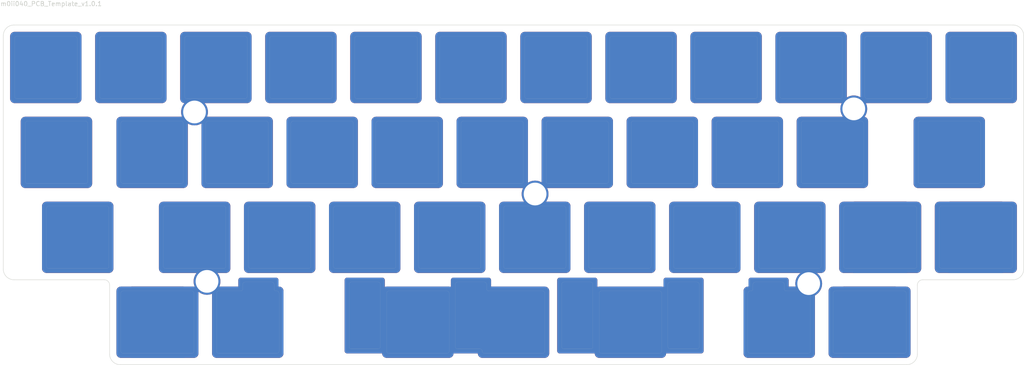
<source format=kicad_pcb>
(kicad_pcb (version 20221018) (generator pcbnew)
  (layers (0 "F.Cu" signal) (31 "B.Cu" signal) (34 "B.Paste" user) (35 "F.Paste" user) (36 "B.SilkS" user "B.Silkscreen") (37 "F.SilkS" user "F.Silkscreen") (38 "B.Mask" user) (39 "F.Mask" user) (44 "Edge.Cuts" user))
  (net 0 "")
  (footprint "Keybage_MX_Cutout:MX_Cutout_1u" (layer "F.Cu") (at 69.5125 93.35)
    (fp_text reference "REF**" hide)
    (fp_text value "MX_Cutout_1u" hide)
    (fp_line (start -7 -6.5) (end -7 6.5) (stroke (width 0.01)) (layer "Edge.Cuts"))
    (fp_line (start -6.5 7) (end 6.5 7) (stroke (width 0.01)) (layer "Edge.Cuts"))
    (fp_line (start 6.5 -7) (end -6.5 -7) (stroke (width 0.01)) (layer "Edge.Cuts"))
    (fp_line (start 7 6.5) (end 7 -6.5) (stroke (width 0.01)) (layer "Edge.Cuts"))
    (fp_arc (start -7 -6.5) (mid -6.853553 -6.853553) (end -6.5 -7) (stroke (width 0.01)) (layer "Edge.Cuts"))
    (fp_arc (start -6.5 7) (mid -6.853553 6.853553) (end -7 6.5) (stroke (width 0.01)) (layer "Edge.Cuts"))
    (fp_arc (start 6.5 -7) (mid 6.853553 -6.853553) (end 7 -6.5) (stroke (width 0.01)) (layer "Edge.Cuts"))
    (fp_arc (start 7 6.5) (mid 6.853553 6.853553) (end 6.5 7) (stroke (width 0.01)) (layer "Edge.Cuts"))
  )
  (footprint "Keybage_MX_Cutout:MX_Cutout_1u" (layer "F.Cu") (at 198.1 74.3)
    (fp_text reference "REF**" hide)
    (fp_text value "MX_Cutout_1u" hide)
    (fp_line (start -7 -6.5) (end -7 6.5) (stroke (width 0.01)) (layer "Edge.Cuts"))
    (fp_line (start -6.5 7) (end 6.5 7) (stroke (width 0.01)) (layer "Edge.Cuts"))
    (fp_line (start 6.5 -7) (end -6.5 -7) (stroke (width 0.01)) (layer "Edge.Cuts"))
    (fp_line (start 7 6.5) (end 7 -6.5) (stroke (width 0.01)) (layer "Edge.Cuts"))
    (fp_arc (start -7 -6.5) (mid -6.853553 -6.853553) (end -6.5 -7) (stroke (width 0.01)) (layer "Edge.Cuts"))
    (fp_arc (start -6.5 7) (mid -6.853553 6.853553) (end -7 6.5) (stroke (width 0.01)) (layer "Edge.Cuts"))
    (fp_arc (start 6.5 -7) (mid 6.853553 -6.853553) (end 7 -6.5) (stroke (width 0.01)) (layer "Edge.Cuts"))
    (fp_arc (start 7 6.5) (mid 6.853553 6.853553) (end 6.5 7) (stroke (width 0.01)) (layer "Edge.Cuts"))
  )
  (footprint "Keybage_MX_Cutout:MX_Cutout_1u" (layer "F.Cu") (at 160 74.3)
    (fp_text reference "REF**" hide)
    (fp_text value "MX_Cutout_1u" hide)
    (fp_line (start -7 -6.5) (end -7 6.5) (stroke (width 0.01)) (layer "Edge.Cuts"))
    (fp_line (start -6.5 7) (end 6.5 7) (stroke (width 0.01)) (layer "Edge.Cuts"))
    (fp_line (start 6.5 -7) (end -6.5 -7) (stroke (width 0.01)) (layer "Edge.Cuts"))
    (fp_line (start 7 6.5) (end 7 -6.5) (stroke (width 0.01)) (layer "Edge.Cuts"))
    (fp_arc (start -7 -6.5) (mid -6.853553 -6.853553) (end -6.5 -7) (stroke (width 0.01)) (layer "Edge.Cuts"))
    (fp_arc (start -6.5 7) (mid -6.853553 6.853553) (end -7 6.5) (stroke (width 0.01)) (layer "Edge.Cuts"))
    (fp_arc (start 6.5 -7) (mid 6.853553 -6.853553) (end 7 -6.5) (stroke (width 0.01)) (layer "Edge.Cuts"))
    (fp_arc (start 7 6.5) (mid 6.853553 6.853553) (end 6.5 7) (stroke (width 0.01)) (layer "Edge.Cuts"))
  )
  (footprint "Keybage_MX_Cutout:MX_Cutout_1u" (layer "F.Cu") (at 183.8125 93.35)
    (fp_text reference "REF**" hide)
    (fp_text value "MX_Cutout_1u" hide)
    (fp_line (start -7 -6.5) (end -7 6.5) (stroke (width 0.01)) (layer "Edge.Cuts"))
    (fp_line (start -6.5 7) (end 6.5 7) (stroke (width 0.01)) (layer "Edge.Cuts"))
    (fp_line (start 6.5 -7) (end -6.5 -7) (stroke (width 0.01)) (layer "Edge.Cuts"))
    (fp_line (start 7 6.5) (end 7 -6.5) (stroke (width 0.01)) (layer "Edge.Cuts"))
    (fp_arc (start -7 -6.5) (mid -6.853553 -6.853553) (end -6.5 -7) (stroke (width 0.01)) (layer "Edge.Cuts"))
    (fp_arc (start -6.5 7) (mid -6.853553 6.853553) (end -7 6.5) (stroke (width 0.01)) (layer "Edge.Cuts"))
    (fp_arc (start 6.5 -7) (mid 6.853553 -6.853553) (end 7 -6.5) (stroke (width 0.01)) (layer "Edge.Cuts"))
    (fp_arc (start 7 6.5) (mid 6.853553 6.853553) (end 6.5 7) (stroke (width 0.01)) (layer "Edge.Cuts"))
  )
  (footprint "Keybage_MX_Cutout:MX_Cutout_1u" (layer "F.Cu") (at 164.7625 93.35)
    (fp_text reference "REF**" hide)
    (fp_text value "MX_Cutout_1u" hide)
    (fp_line (start -7 -6.5) (end -7 6.5) (stroke (width 0.01)) (layer "Edge.Cuts"))
    (fp_line (start -6.5 7) (end 6.5 7) (stroke (width 0.01)) (layer "Edge.Cuts"))
    (fp_line (start 6.5 -7) (end -6.5 -7) (stroke (width 0.01)) (layer "Edge.Cuts"))
    (fp_line (start 7 6.5) (end 7 -6.5) (stroke (width 0.01)) (layer "Edge.Cuts"))
    (fp_arc (start -7 -6.5) (mid -6.853553 -6.853553) (end -6.5 -7) (stroke (width 0.01)) (layer "Edge.Cuts"))
    (fp_arc (start -6.5 7) (mid -6.853553 6.853553) (end -7 6.5) (stroke (width 0.01)) (layer "Edge.Cuts"))
    (fp_arc (start 6.5 -7) (mid 6.853553 -6.853553) (end 7 -6.5) (stroke (width 0.01)) (layer "Edge.Cuts"))
    (fp_arc (start 7 6.5) (mid 6.853553 6.853553) (end 6.5 7) (stroke (width 0.01)) (layer "Edge.Cuts"))
  )
  (footprint "M0ii040関連KaWaii40:m0ii040_PCB_Template_v1.0.1" (layer "F.Cu") (at 45.7 74.3)
    (fp_text reference "REF**")
    (fp_text value "m0ii040_PCB_Template_v1.0.1")
    (fp_line (start -9.525 -7.14375) (end -9.525 45.24375) (stroke (width 0.1)) (layer "Edge.Cuts"))
    (fp_line (start -7.14375 47.625) (end 13.096875 47.625) (stroke (width 0.1)) (layer "Edge.Cuts"))
    (fp_line (start 14.2875 48.815625) (end 14.2875 64.29375) (stroke (width 0.1)) (layer "Edge.Cuts"))
    (fp_line (start 16.66875 66.675) (end 192.88125 66.675) (stroke (width 0.1)) (layer "Edge.Cuts"))
    (fp_line (start 195.2625 64.29375) (end 195.2625 48.815625) (stroke (width 0.1)) (layer "Edge.Cuts"))
    (fp_line (start 196.453125 47.625) (end 216.69375 47.625) (stroke (width 0.1)) (layer "Edge.Cuts"))
    (fp_line (start 216.69375 -9.525) (end -7.14375 -9.525) (stroke (width 0.1)) (layer "Edge.Cuts"))
    (fp_line (start 219.075 45.24375) (end 219.075 -7.14375) (stroke (width 0.1)) (layer "Edge.Cuts"))
    (fp_arc (start -9.525 -7.14375) (mid -8.827548 -8.827548) (end -7.14375 -9.525) (stroke (width 0.1)) (layer "Edge.Cuts"))
    (fp_arc (start -7.14375 47.625) (mid -8.827548 46.927548) (end -9.525 45.24375) (stroke (width 0.1)) (layer "Edge.Cuts"))
    (fp_arc (start 13.096875 47.625) (mid 13.938781 47.973719) (end 14.2875 48.815625) (stroke (width 0.1)) (layer "Edge.Cuts"))
    (fp_arc (start 16.66875 66.675) (mid 14.984952 65.977548) (end 14.2875 64.29375) (stroke (width 0.1)) (layer "Edge.Cuts"))
    (fp_arc (start 195.2625 48.815625) (mid 195.611219 47.973719) (end 196.453125 47.625) (stroke (width 0.1)) (layer "Edge.Cuts"))
    (fp_arc (start 195.2625 64.29375) (mid 194.565033 65.977533) (end 192.88125 66.675) (stroke (width 0.1)) (layer "Edge.Cuts"))
    (fp_arc (start 216.69375 -9.525) (mid 218.377533 -8.827533) (end 219.075 -7.14375) (stroke (width 0.1)) (layer "Edge.Cuts"))
    (fp_arc (start 219.075 45.24375) (mid 218.377533 46.927533) (end 216.69375 47.625) (stroke (width 0.1)) (layer "Edge.Cuts"))
    (fp_circle (center 33.309958 9.989904) (end 34.409958 9.989904) (stroke (width 0.1)) (fill none) (layer "Edge.Cuts"))
    (fp_circle (center 36.109958 47.989904) (end 37.209958 47.989904) (stroke (width 0.1)) (fill none) (layer "Edge.Cuts"))
    (fp_circle (center 109.609958 28.389904) (end 110.709958 28.389904) (stroke (width 0.1)) (fill none) (layer "Edge.Cuts"))
    (fp_circle (center 170.909958 48.489904) (end 172.009958 48.489904) (stroke (width 0.1)) (fill none) (layer "Edge.Cuts"))
    (fp_circle (center 181.009958 9.289904) (end 182.109958 9.289904) (stroke (width 0.1)) (fill none) (layer "Edge.Cuts"))
  )
  (footprint "Keybage_MX_Cutout:MX_Cutout_1u" (layer "F.Cu") (at 255.25 74.3)
    (fp_text reference "REF**" hide)
    (fp_text value "MX_Cutout_1u" hide)
    (fp_line (start -7 -6.5) (end -7 6.5) (stroke (width 0.01)) (layer "Edge.Cuts"))
    (fp_line (start -6.5 7) (end 6.5 7) (stroke (width 0.01)) (layer "Edge.Cuts"))
    (fp_line (start 6.5 -7) (end -6.5 -7) (stroke (width 0.01)) (layer "Edge.Cuts"))
    (fp_line (start 7 6.5) (end 7 -6.5) (stroke (width 0.01)) (layer "Edge.Cuts"))
    (fp_arc (start -7 -6.5) (mid -6.853553 -6.853553) (end -6.5 -7) (stroke (width 0.01)) (layer "Edge.Cuts"))
    (fp_arc (start -6.5 7) (mid -6.853553 6.853553) (end -7 6.5) (stroke (width 0.01)) (layer "Edge.Cuts"))
    (fp_arc (start 6.5 -7) (mid 6.853553 -6.853553) (end 7 -6.5) (stroke (width 0.01)) (layer "Edge.Cuts"))
    (fp_arc (start 7 6.5) (mid 6.853553 6.853553) (end 6.5 7) (stroke (width 0.01)) (layer "Edge.Cuts"))
  )
  (footprint "Keybage_MX_Cutout:MX_Cutout_1u" (layer "F.Cu") (at 140.95 74.3)
    (fp_text reference "REF**" hide)
    (fp_text value "MX_Cutout_1u" hide)
    (fp_line (start -7 -6.5) (end -7 6.5) (stroke (width 0.01)) (layer "Edge.Cuts"))
    (fp_line (start -6.5 7) (end 6.5 7) (stroke (width 0.01)) (layer "Edge.Cuts"))
    (fp_line (start 6.5 -7) (end -6.5 -7) (stroke (width 0.01)) (layer "Edge.Cuts"))
    (fp_line (start 7 6.5) (end 7 -6.5) (stroke (width 0.01)) (layer "Edge.Cuts"))
    (fp_arc (start -7 -6.5) (mid -6.853553 -6.853553) (end -6.5 -7) (stroke (width 0.01)) (layer "Edge.Cuts"))
    (fp_arc (start -6.5 7) (mid -6.853553 6.853553) (end -7 6.5) (stroke (width 0.01)) (layer "Edge.Cuts"))
    (fp_arc (start 6.5 -7) (mid 6.853553 -6.853553) (end 7 -6.5) (stroke (width 0.01)) (layer "Edge.Cuts"))
    (fp_arc (start 7 6.5) (mid 6.853553 6.853553) (end 6.5 7) (stroke (width 0.01)) (layer "Edge.Cuts"))
  )
  (footprint "Keybage_MX_Cutout:MX_Cutout_1u" (layer "F.Cu") (at 98.0875 112.4)
    (fp_text reference "REF**" hide)
    (fp_text value "MX_Cutout_1u" hide)
    (fp_line (start -7 -6.5) (end -7 6.5) (stroke (width 0.01)) (layer "Edge.Cuts"))
    (fp_line (start -6.5 7) (end 6.5 7) (stroke (width 0.01)) (layer "Edge.Cuts"))
    (fp_line (start 6.5 -7) (end -6.5 -7) (stroke (width 0.01)) (layer "Edge.Cuts"))
    (fp_line (start 7 6.5) (end 7 -6.5) (stroke (width 0.01)) (layer "Edge.Cuts"))
    (fp_arc (start -7 -6.5) (mid -6.853553 -6.853553) (end -6.5 -7) (stroke (width 0.01)) (layer "Edge.Cuts"))
    (fp_arc (start -6.5 7) (mid -6.853553 6.853553) (end -7 6.5) (stroke (width 0.01)) (layer "Edge.Cuts"))
    (fp_arc (start 6.5 -7) (mid 6.853553 -6.853553) (end 7 -6.5) (stroke (width 0.01)) (layer "Edge.Cuts"))
    (fp_arc (start 7 6.5) (mid 6.853553 6.853553) (end 6.5 7) (stroke (width 0.01)) (layer "Edge.Cuts"))
  )
  (footprint "Keybage_MX_Cutout:MX_Cutout_1u" (layer "F.Cu") (at 155.2375 112.4)
    (fp_text reference "REF**" hide)
    (fp_text value "MX_Cutout_1u" hide)
    (fp_line (start -7 -6.5) (end -7 6.5) (stroke (width 0.01)) (layer "Edge.Cuts"))
    (fp_line (start -6.5 7) (end 6.5 7) (stroke (width 0.01)) (layer "Edge.Cuts"))
    (fp_line (start 6.5 -7) (end -6.5 -7) (stroke (width 0.01)) (layer "Edge.Cuts"))
    (fp_line (start 7 6.5) (end 7 -6.5) (stroke (width 0.01)) (layer "Edge.Cuts"))
    (fp_arc (start -7 -6.5) (mid -6.853553 -6.853553) (end -6.5 -7) (stroke (width 0.01)) (layer "Edge.Cuts"))
    (fp_arc (start -6.5 7) (mid -6.853553 6.853553) (end -7 6.5) (stroke (width 0.01)) (layer "Edge.Cuts"))
    (fp_arc (start 6.5 -7) (mid 6.853553 -6.853553) (end 7 -6.5) (stroke (width 0.01)) (layer "Edge.Cuts"))
    (fp_arc (start 7 6.5) (mid 6.853553 6.853553) (end 6.5 7) (stroke (width 0.01)) (layer "Edge.Cuts"))
  )
  (footprint "Keybage_MX_Cutout:MX_Cutout_1.25u" (layer "F.Cu") (at 48.08125 93.35)
    (fp_text reference "REF**" hide)
    (fp_text value "MX_Cutout_1.25u")
    (fp_line (start -7 -6.5) (end -7 6.5) (stroke (width 0.01)) (layer "Edge.Cuts"))
    (fp_line (start -6.5 7) (end 6.5 7) (stroke (width 0.01)) (layer "Edge.Cuts"))
    (fp_line (start 6.5 -7) (end -6.5 -7) (stroke (width 0.01)) (layer "Edge.Cuts"))
    (fp_line (start 7 6.5) (end 7 -6.5) (stroke (width 0.01)) (layer "Edge.Cuts"))
    (fp_arc (start -7 -6.5) (mid -6.853553 -6.853553) (end -6.5 -7) (stroke (width 0.01)) (layer "Edge.Cuts"))
    (fp_arc (start -6.5 7) (mid -6.853553 6.853553) (end -7 6.5) (stroke (width 0.01)) (layer "Edge.Cuts"))
    (fp_arc (start 6.5 -7) (mid 6.853553 -6.853553) (end 7 -6.5) (stroke (width 0.01)) (layer "Edge.Cuts"))
    (fp_arc (start 7 6.5) (mid 6.853553 6.853553) (end 6.5 7) (stroke (width 0.01)) (layer "Edge.Cuts"))
  )
  (footprint "Keybage_MX_Cutout:MX_Cutout_1u" (layer "F.Cu") (at 202.8625 93.35)
    (fp_text reference "REF**" hide)
    (fp_text value "MX_Cutout_1u" hide)
    (fp_line (start -7 -6.5) (end -7 6.5) (stroke (width 0.01)) (layer "Edge.Cuts"))
    (fp_line (start -6.5 7) (end 6.5 7) (stroke (width 0.01)) (layer "Edge.Cuts"))
    (fp_line (start 6.5 -7) (end -6.5 -7) (stroke (width 0.01)) (layer "Edge.Cuts"))
    (fp_line (start 7 6.5) (end 7 -6.5) (stroke (width 0.01)) (layer "Edge.Cuts"))
    (fp_arc (start -7 -6.5) (mid -6.853553 -6.853553) (end -6.5 -7) (stroke (width 0.01)) (layer "Edge.Cuts"))
    (fp_arc (start -6.5 7) (mid -6.853553 6.853553) (end -7 6.5) (stroke (width 0.01)) (layer "Edge.Cuts"))
    (fp_arc (start 6.5 -7) (mid 6.853553 -6.853553) (end 7 -6.5) (stroke (width 0.01)) (layer "Edge.Cuts"))
    (fp_arc (start 7 6.5) (mid 6.853553 6.853553) (end 6.5 7) (stroke (width 0.01)) (layer "Edge.Cuts"))
  )
  (footprint "Keybage_MX_Cutout:MX_Cutout_1.25u" (layer "F.Cu") (at 233.81875 112.4)
    (fp_text reference "REF**" hide)
    (fp_text value "MX_Cutout_1.25u" hide)
    (fp_line (start -9.38125 -6.5) (end -9.38125 6.5) (stroke (width 0.01)) (layer "Edge.Cuts"))
    (fp_line (start -8.88125 7) (end 6.5 7) (stroke (width 0.01)) (layer "Edge.Cuts"))
    (fp_line (start 6.5 -7) (end -8.88125 -7) (stroke (width 0.01)) (layer "Edge.Cuts"))
    (fp_line (start 7 6.5) (end 7 -6.5) (stroke (width 0.01)) (layer "Edge.Cuts"))
    (fp_line (start 12.05 -6.5) (end 12.05 6.5) (stroke (width 0.01)) (layer "Edge.Cuts"))
    (fp_line (start 12.55 7) (end 27.93125 7) (stroke (width 0.01)) (layer "Edge.Cuts"))
    (fp_line (start 27.93125 -7) (end 12.55 -7) (stroke (width 0.01)) (layer "Edge.Cuts"))
    (fp_line (start 28.43125 6.5) (end 28.43125 -6.5) (stroke (width 0.01)) (layer "Edge.Cuts"))
    (fp_arc (start -9.38125 -6.5) (mid -9.234803 -6.853553) (end -8.88125 -7) (stroke (width 0.01)) (layer "Edge.Cuts"))
    (fp_arc (start -8.88125 7) (mid -9.234803 6.853553) (end -9.38125 6.5) (stroke (width 0.01)) (layer "Edge.Cuts"))
    (fp_arc (start 6.5 -7) (mid 6.853553 -6.853553) (end 7 -6.5) (stroke (width 0.01)) (layer "Edge.Cuts"))
    (fp_arc (start 7 6.5) (mid 6.853553 6.853553) (end 6.5 7) (stroke (width 0.01)) (layer "Edge.Cuts"))
    (fp_arc (start 12.05 -6.5) (mid 12.196447 -6.853553) (end 12.55 -7) (stroke (width 0.01)) (layer "Edge.Cuts"))
    (fp_arc (start 12.55 7) (mid 12.196447 6.853553) (end 12.05 6.5) (stroke (width 0.01)) (layer "Edge.Cuts"))
    (fp_arc (start 27.93125 -7) (mid 28.284806 -6.853542) (end 28.43125 -6.5) (stroke (width 0.01)) (layer "Edge.Cuts"))
    (fp_arc (start 28.43125 6.5) (mid 28.2848 6.853536) (end 27.93125 7) (stroke (width 0.01)) (layer "Edge.Cuts"))
  )
  (footprint "Keybage_MX_Cutout:MX_Cutout_1u" (layer "F.Cu") (at 83.8 74.3)
    (fp_text reference "REF**" hide)
    (fp_text value "MX_Cutout_1u" hide)
    (fp_line (start -7 -6.5) (end -7 6.5) (stroke (width 0.01)) (layer "Edge.Cuts"))
    (fp_line (start -6.5 7) (end 6.5 7) (stroke (width 0.01)) (layer "Edge.Cuts"))
    (fp_line (start 6.5 -7) (end -6.5 -7) (stroke (width 0.01)) (layer "Edge.Cuts"))
    (fp_line (start 7 6.5) (end 7 -6.5) (stroke (width 0.01)) (layer "Edge.Cuts"))
    (fp_arc (start -7 -6.5) (mid -6.853553 -6.853553) (end -6.5 -7) (stroke (width 0.01)) (layer "Edge.Cuts"))
    (fp_arc (start -6.5 7) (mid -6.853553 6.853553) (end -7 6.5) (stroke (width 0.01)) (layer "Edge.Cuts"))
    (fp_arc (start 6.5 -7) (mid 6.853553 -6.853553) (end 7 -6.5) (stroke (width 0.01)) (layer "Edge.Cuts"))
    (fp_arc (start 7 6.5) (mid 6.853553 6.853553) (end 6.5 7) (stroke (width 0.01)) (layer "Edge.Cuts"))
  )
  (footprint "Keybage_MX_Cutout:MX_Cutout_1.75u" (layer "F.Cu") (at 52.84375 112.4)
    (fp_text reference "REF**" hide)
    (fp_text value "MX_Cutout_1.75u" hide)
    (fp_line (start -7 -6.5) (end -7 6.5) (stroke (width 0.01)) (layer "Edge.Cuts"))
    (fp_line (start -6.5 7) (end 6.5 7) (stroke (width 0.01)) (layer "Edge.Cuts"))
    (fp_line (start 6.5 -7) (end -6.5 -7) (stroke (width 0.01)) (layer "Edge.Cuts"))
    (fp_line (start 7 6.5) (end 7 -6.5) (stroke (width 0.01)) (layer "Edge.Cuts"))
    (fp_arc (start -7 -6.5) (mid -6.853553 -6.853553) (end -6.5 -7) (stroke (width 0.01)) (layer "Edge.Cuts"))
    (fp_arc (start -6.5 7) (mid -6.853553 6.853553) (end -7 6.5) (stroke (width 0.01)) (layer "Edge.Cuts"))
    (fp_arc (start 6.5 -7) (mid 6.853553 -6.853553) (end 7 -6.5) (stroke (width 0.01)) (layer "Edge.Cuts"))
    (fp_arc (start 7 6.5) (mid 6.853553 6.853553) (end 6.5 7) (stroke (width 0.01)) (layer "Edge.Cuts"))
  )
  (footprint "Keybage_MX_Cutout:MX_Cutout_1u" (layer "F.Cu") (at 236.2 74.3)
    (fp_text reference "REF**" hide)
    (fp_text value "MX_Cutout_1u" hide)
    (fp_line (start -7 -6.5) (end -7 6.5) (stroke (width 0.01)) (layer "Edge.Cuts"))
    (fp_line (start -6.5 7) (end 6.5 7) (stroke (width 0.01)) (layer "Edge.Cuts"))
    (fp_line (start 6.5 -7) (end -6.5 -7) (stroke (width 0.01)) (layer "Edge.Cuts"))
    (fp_line (start 7 6.5) (end 7 -6.5) (stroke (width 0.01)) (layer "Edge.Cuts"))
    (fp_arc (start -7 -6.5) (mid -6.853553 -6.853553) (end -6.5 -7) (stroke (width 0.01)) (layer "Edge.Cuts"))
    (fp_arc (start -6.5 7) (mid -6.853553 6.853553) (end -7 6.5) (stroke (width 0.01)) (layer "Edge.Cuts"))
    (fp_arc (start 6.5 -7) (mid 6.853553 -6.853553) (end 7 -6.5) (stroke (width 0.01)) (layer "Edge.Cuts"))
    (fp_arc (start 7 6.5) (mid 6.853553 6.853553) (end 6.5 7) (stroke (width 0.01)) (layer "Edge.Cuts"))
  )
  (footprint "Keybage_MX_Cutout:MX_Cutout_1u" (layer "F.Cu") (at 217.15 74.3)
    (fp_text reference "REF**" hide)
    (fp_text value "MX_Cutout_1u" hide)
    (fp_line (start -7 -6.5) (end -7 6.5) (stroke (width 0.01)) (layer "Edge.Cuts"))
    (fp_line (start -6.5 7) (end 6.5 7) (stroke (width 0.01)) (layer "Edge.Cuts"))
    (fp_line (start 6.5 -7) (end -6.5 -7) (stroke (width 0.01)) (layer "Edge.Cuts"))
    (fp_line (start 7 6.5) (end 7 -6.5) (stroke (width 0.01)) (layer "Edge.Cuts"))
    (fp_arc (start -7 -6.5) (mid -6.853553 -6.853553) (end -6.5 -7) (stroke (width 0.01)) (layer "Edge.Cuts"))
    (fp_arc (start -6.5 7) (mid -6.853553 6.853553) (end -7 6.5) (stroke (width 0.01)) (layer "Edge.Cuts"))
    (fp_arc (start 6.5 -7) (mid 6.853553 -6.853553) (end 7 -6.5) (stroke (width 0.01)) (layer "Edge.Cuts"))
    (fp_arc (start 7 6.5) (mid 6.853553 6.853553) (end 6.5 7) (stroke (width 0.01)) (layer "Edge.Cuts"))
  )
  (footprint "Keybage_MX_Cutout:MX_Cutout_1u" (layer "F.Cu") (at 107.6125 93.35)
    (fp_text reference "REF**" hide)
    (fp_text value "MX_Cutout_1u" hide)
    (fp_line (start -7 -6.5) (end -7 6.5) (stroke (width 0.01)) (layer "Edge.Cuts"))
    (fp_line (start -6.5 7) (end 6.5 7) (stroke (width 0.01)) (layer "Edge.Cuts"))
    (fp_line (start 6.5 -7) (end -6.5 -7) (stroke (width 0.01)) (layer "Edge.Cuts"))
    (fp_line (start 7 6.5) (end 7 -6.5) (stroke (width 0.01)) (layer "Edge.Cuts"))
    (fp_arc (start -7 -6.5) (mid -6.853553 -6.853553) (end -6.5 -7) (stroke (width 0.01)) (layer "Edge.Cuts"))
    (fp_arc (start -6.5 7) (mid -6.853553 6.853553) (end -7 6.5) (stroke (width 0.01)) (layer "Edge.Cuts"))
    (fp_arc (start 6.5 -7) (mid 6.853553 -6.853553) (end 7 -6.5) (stroke (width 0.01)) (layer "Edge.Cuts"))
    (fp_arc (start 7 6.5) (mid 6.853553 6.853553) (end 6.5 7) (stroke (width 0.01)) (layer "Edge.Cuts"))
  )
  (footprint "Keybage_MX_Cutout:MX_Cutout_1u" (layer "F.Cu") (at 117.1375 112.4)
    (fp_text reference "REF**" hide)
    (fp_text value "MX_Cutout_1u" hide)
    (fp_line (start -7 -6.5) (end -7 6.5) (stroke (width 0.01)) (layer "Edge.Cuts"))
    (fp_line (start -6.5 7) (end 6.5 7) (stroke (width 0.01)) (layer "Edge.Cuts"))
    (fp_line (start 6.5 -7) (end -6.5 -7) (stroke (width 0.01)) (layer "Edge.Cuts"))
    (fp_line (start 7 6.5) (end 7 -6.5) (stroke (width 0.01)) (layer "Edge.Cuts"))
    (fp_arc (start -7 -6.5) (mid -6.853553 -6.853553) (end -6.5 -7) (stroke (width 0.01)) (layer "Edge.Cuts"))
    (fp_arc (start -6.5 7) (mid -6.853553 6.853553) (end -7 6.5) (stroke (width 0.01)) (layer "Edge.Cuts"))
    (fp_arc (start 6.5 -7) (mid 6.853553 -6.853553) (end 7 -6.5) (stroke (width 0.01)) (layer "Edge.Cuts"))
    (fp_arc (start 7 6.5) (mid 6.853553 6.853553) (end 6.5 7) (stroke (width 0.01)) (layer "Edge.Cuts"))
  )
  (footprint "Keybage_MX_Cutout:MX_Cutout_1u" (layer "F.Cu") (at 174.2875 112.4)
    (fp_text reference "REF**" hide)
    (fp_text value "MX_Cutout_1u" hide)
    (fp_line (start -7 -6.5) (end -7 6.5) (stroke (width 0.01)) (layer "Edge.Cuts"))
    (fp_line (start -6.5 7) (end 6.5 7) (stroke (width 0.01)) (layer "Edge.Cuts"))
    (fp_line (start 6.5 -7) (end -6.5 -7) (stroke (width 0.01)) (layer "Edge.Cuts"))
    (fp_line (start 7 6.5) (end 7 -6.5) (stroke (width 0.01)) (layer "Edge.Cuts"))
    (fp_arc (start -7 -6.5) (mid -6.853553 -6.853553) (end -6.5 -7) (stroke (width 0.01)) (layer "Edge.Cuts"))
    (fp_arc (start -6.5 7) (mid -6.853553 6.853553) (end -7 6.5) (stroke (width 0.01)) (layer "Edge.Cuts"))
    (fp_arc (start 6.5 -7) (mid 6.853553 -6.853553) (end 7 -6.5) (stroke (width 0.01)) (layer "Edge.Cuts"))
    (fp_arc (start 7 6.5) (mid 6.853553 6.853553) (end 6.5 7) (stroke (width 0.01)) (layer "Edge.Cuts"))
  )
  (footprint "Keybage_MX_Cutout:MX_Cutout_1u" (layer "F.Cu") (at 136.1875 112.4)
    (fp_text reference "REF**" hide)
    (fp_text value "MX_Cutout_1u" hide)
    (fp_line (start -7 -6.5) (end -7 6.5) (stroke (width 0.01)) (layer "Edge.Cuts"))
    (fp_line (start -6.5 7) (end 6.5 7) (stroke (width 0.01)) (layer "Edge.Cuts"))
    (fp_line (start 6.5 -7) (end -6.5 -7) (stroke (width 0.01)) (layer "Edge.Cuts"))
    (fp_line (start 7 6.5) (end 7 -6.5) (stroke (width 0.01)) (layer "Edge.Cuts"))
    (fp_arc (start -7 -6.5) (mid -6.853553 -6.853553) (end -6.5 -7) (stroke (width 0.01)) (layer "Edge.Cuts"))
    (fp_arc (start -6.5 7) (mid -6.853553 6.853553) (end -7 6.5) (stroke (width 0.01)) (layer "Edge.Cuts"))
    (fp_arc (start 6.5 -7) (mid 6.853553 -6.853553) (end 7 -6.5) (stroke (width 0.01)) (layer "Edge.Cuts"))
    (fp_arc (start 7 6.5) (mid 6.853553 6.853553) (end 6.5 7) (stroke (width 0.01)) (layer "Edge.Cuts"))
  )
  (footprint "Keybage_MX_Cutout:MX_Cutout_1u" (layer "F.Cu") (at 45.7 74.3)
    (fp_text reference "REF**" hide)
    (fp_text value "MX_Cutout_1u" hide)
    (fp_line (start -7 -6.5) (end -7 6.5) (stroke (width 0.01)) (layer "Edge.Cuts"))
    (fp_line (start -6.5 7) (end 6.5 7) (stroke (width 0.01)) (layer "Edge.Cuts"))
    (fp_line (start 6.5 -7) (end -6.5 -7) (stroke (width 0.01)) (layer "Edge.Cuts"))
    (fp_line (start 7 6.5) (end 7 -6.5) (stroke (width 0.01)) (layer "Edge.Cuts"))
    (fp_arc (start -7 -6.5) (mid -6.853553 -6.853553) (end -6.5 -7) (stroke (width 0.01)) (layer "Edge.Cuts"))
    (fp_arc (start -6.5 7) (mid -6.853553 6.853553) (end -7 6.5) (stroke (width 0.01)) (layer "Edge.Cuts"))
    (fp_arc (start 6.5 -7) (mid 6.853553 -6.853553) (end 7 -6.5) (stroke (width 0.01)) (layer "Edge.Cuts"))
    (fp_arc (start 7 6.5) (mid 6.853553 6.853553) (end 6.5 7) (stroke (width 0.01)) (layer "Edge.Cuts"))
  )
  (footprint "Keybage_MX_Cutout:MX_Cutout_1u" (layer "F.Cu") (at 64.75 74.3)
    (fp_text reference "REF**" hide)
    (fp_text value "MX_Cutout_1u" hide)
    (fp_line (start -7 -6.5) (end -7 6.5) (stroke (width 0.01)) (layer "Edge.Cuts"))
    (fp_line (start -6.5 7) (end 6.5 7) (stroke (width 0.01)) (layer "Edge.Cuts"))
    (fp_line (start 6.5 -7) (end -6.5 -7) (stroke (width 0.01)) (layer "Edge.Cuts"))
    (fp_line (start 7 6.5) (end 7 -6.5) (stroke (width 0.01)) (layer "Edge.Cuts"))
    (fp_arc (start -7 -6.5) (mid -6.853553 -6.853553) (end -6.5 -7) (stroke (width 0.01)) (layer "Edge.Cuts"))
    (fp_arc (start -6.5 7) (mid -6.853553 6.853553) (end -7 6.5) (stroke (width 0.01)) (layer "Edge.Cuts"))
    (fp_arc (start 6.5 -7) (mid 6.853553 -6.853553) (end 7 -6.5) (stroke (width 0.01)) (layer "Edge.Cuts"))
    (fp_arc (start 7 6.5) (mid 6.853553 6.853553) (end 6.5 7) (stroke (width 0.01)) (layer "Edge.Cuts"))
  )
  (footprint "Keybage_MX_Cutout:MX_Cutout_1u" (layer "F.Cu") (at 126.6625 93.35)
    (fp_text reference "REF**" hide)
    (fp_text value "MX_Cutout_1u" hide)
    (fp_line (start -7 -6.5) (end -7 6.5) (stroke (width 0.01)) (layer "Edge.Cuts"))
    (fp_line (start -6.5 7) (end 6.5 7) (stroke (width 0.01)) (layer "Edge.Cuts"))
    (fp_line (start 6.5 -7) (end -6.5 -7) (stroke (width 0.01)) (layer "Edge.Cuts"))
    (fp_line (start 7 6.5) (end 7 -6.5) (stroke (width 0.01)) (layer "Edge.Cuts"))
    (fp_arc (start -7 -6.5) (mid -6.853553 -6.853553) (end -6.5 -7) (stroke (width 0.01)) (layer "Edge.Cuts"))
    (fp_arc (start -6.5 7) (mid -6.853553 6.853553) (end -7 6.5) (stroke (width 0.01)) (layer "Edge.Cuts"))
    (fp_arc (start 6.5 -7) (mid 6.853553 -6.853553) (end 7 -6.5) (stroke (width 0.01)) (layer "Edge.Cuts"))
    (fp_arc (start 7 6.5) (mid 6.853553 6.853553) (end 6.5 7) (stroke (width 0.01)) (layer "Edge.Cuts"))
  )
  (footprint "Keybage_MX_Cutout:MX_Cutout_1u" (layer "F.Cu") (at 179.05 74.3)
    (fp_text reference "REF**" hide)
    (fp_text value "MX_Cutout_1u" hide)
    (fp_line (start -7 -6.5) (end -7 6.5) (stroke (width 0.01)) (layer "Edge.Cuts"))
    (fp_line (start -6.5 7) (end 6.5 7) (stroke (width 0.01)) (layer "Edge.Cuts"))
    (fp_line (start 6.5 -7) (end -6.5 -7) (stroke (width 0.01)) (layer "Edge.Cuts"))
    (fp_line (start 7 6.5) (end 7 -6.5) (stroke (width 0.01)) (layer "Edge.Cuts"))
    (fp_arc (start -7 -6.5) (mid -6.853553 -6.853553) (end -6.5 -7) (stroke (width 0.01)) (layer "Edge.Cuts"))
    (fp_arc (start -6.5 7) (mid -6.853553 6.853553) (end -7 6.5) (stroke (width 0.01)) (layer "Edge.Cuts"))
    (fp_arc (start 6.5 -7) (mid 6.853553 -6.853553) (end 7 -6.5) (stroke (width 0.01)) (layer "Edge.Cuts"))
    (fp_arc (start 7 6.5) (mid 6.853553 6.853553) (end 6.5 7) (stroke (width 0.01)) (layer "Edge.Cuts"))
  )
  (footprint "Keybage_MX_Cutout:MX_Cutout_1u" (layer "F.Cu") (at 79.0375 112.4)
    (fp_text reference "REF**" hide)
    (fp_text value "MX_Cutout_1u" hide)
    (fp_line (start -7 -6.5) (end -7 6.5) (stroke (width 0.01)) (layer "Edge.Cuts"))
    (fp_line (start -6.5 7) (end 6.5 7) (stroke (width 0.01)) (layer "Edge.Cuts"))
    (fp_line (start 6.5 -7) (end -6.5 -7) (stroke (width 0.01)) (layer "Edge.Cuts"))
    (fp_line (start 7 6.5) (end 7 -6.5) (stroke (width 0.01)) (layer "Edge.Cuts"))
    (fp_arc (start -7 -6.5) (mid -6.853553 -6.853553) (end -6.5 -7) (stroke (width 0.01)) (layer "Edge.Cuts"))
    (fp_arc (start -6.5 7) (mid -6.853553 6.853553) (end -7 6.5) (stroke (width 0.01)) (layer "Edge.Cuts"))
    (fp_arc (start 6.5 -7) (mid 6.853553 -6.853553) (end 7 -6.5) (stroke (width 0.01)) (layer "Edge.Cuts"))
    (fp_arc (start 7 6.5) (mid 6.853553 6.853553) (end 6.5 7) (stroke (width 0.01)) (layer "Edge.Cuts"))
  )
  (footprint "Keybage_MX_Cutout:MX_Cutout_1u" (layer "F.Cu") (at 102.85 74.3)
    (fp_text reference "REF**" hide)
    (fp_text value "MX_Cutout_1u" hide)
    (fp_line (start -7 -6.5) (end -7 6.5) (stroke (width 0.01)) (layer "Edge.Cuts"))
    (fp_line (start -6.5 7) (end 6.5 7) (stroke (width 0.01)) (layer "Edge.Cuts"))
    (fp_line (start 6.5 -7) (end -6.5 -7) (stroke (width 0.01)) (layer "Edge.Cuts"))
    (fp_line (start 7 6.5) (end 7 -6.5) (stroke (width 0.01)) (layer "Edge.Cuts"))
    (fp_arc (start -7 -6.5) (mid -6.853553 -6.853553) (end -6.5 -7) (stroke (width 0.01)) (layer "Edge.Cuts"))
    (fp_arc (start -6.5 7) (mid -6.853553 6.853553) (end -7 6.5) (stroke (width 0.01)) (layer "Edge.Cuts"))
    (fp_arc (start 6.5 -7) (mid 6.853553 -6.853553) (end 7 -6.5) (stroke (width 0.01)) (layer "Edge.Cuts"))
    (fp_arc (start 7 6.5) (mid 6.853553 6.853553) (end 6.5 7) (stroke (width 0.01)) (layer "Edge.Cuts"))
  )
  (footprint "Keybage_MX_Cutout:MX_Cutout_1u" (layer "F.Cu") (at 193.3375 112.4)
    (fp_text reference "REF**" hide)
    (fp_text value "MX_Cutout_1u" hide)
    (fp_line (start -7 -6.5) (end -7 6.5) (stroke (width 0.01)) (layer "Edge.Cuts"))
    (fp_line (start -6.5 7) (end 6.5 7) (stroke (width 0.01)) (layer "Edge.Cuts"))
    (fp_line (start 6.5 -7) (end -6.5 -7) (stroke (width 0.01)) (layer "Edge.Cuts"))
    (fp_line (start 7 6.5) (end 7 -6.5) (stroke (width 0.01)) (layer "Edge.Cuts"))
    (fp_arc (start -7 -6.5) (mid -6.853553 -6.853553) (end -6.5 -7) (stroke (width 0.01)) (layer "Edge.Cuts"))
    (fp_arc (start -6.5 7) (mid -6.853553 6.853553) (end -7 6.5) (stroke (width 0.01)) (layer "Edge.Cuts"))
    (fp_arc (start 6.5 -7) (mid 6.853553 -6.853553) (end 7 -6.5) (stroke (width 0.01)) (layer "Edge.Cuts"))
    (fp_arc (start 7 6.5) (mid 6.853553 6.853553) (end 6.5 7) (stroke (width 0.01)) (layer "Edge.Cuts"))
  )
  (footprint "Keybage_MX_Cutout:MX_Cutout_1u" (layer "F.Cu") (at 145.7125 93.35)
    (fp_text reference "REF**" hide)
    (fp_text value "MX_Cutout_1u" hide)
    (fp_line (start -7 -6.5) (end -7 6.5) (stroke (width 0.01)) (layer "Edge.Cuts"))
    (fp_line (start -6.5 7) (end 6.5 7) (stroke (width 0.01)) (layer "Edge.Cuts"))
    (fp_line (start 6.5 -7) (end -6.5 -7) (stroke (width 0.01)) (layer "Edge.Cuts"))
    (fp_line (start 7 6.5) (end 7 -6.5) (stroke (width 0.01)) (layer "Edge.Cuts"))
    (fp_arc (start -7 -6.5) (mid -6.853553 -6.853553) (end -6.5 -7) (stroke (width 0.01)) (layer "Edge.Cuts"))
    (fp_arc (start -6.5 7) (mid -6.853553 6.853553) (end -7 6.5) (stroke (width 0.01)) (layer "Edge.Cuts"))
    (fp_arc (start 6.5 -7) (mid 6.853553 -6.853553) (end 7 -6.5) (stroke (width 0.01)) (layer "Edge.Cuts"))
    (fp_arc (start 7 6.5) (mid 6.853553 6.853553) (end 6.5 7) (stroke (width 0.01)) (layer "Edge.Cuts"))
  )
  (footprint "Keybage_MX_Cutout:MX_Cutout_2.75u" (layer "F.Cu") (at 129.04375 131.45)
    (fp_text reference "REF**" hide)
    (fp_text value "MX_Cutout_2.75u" hide)
    (fp_line (start -66.53125 -6.5) (end -66.53125 6.5) (stroke (width 0.01)) (layer "Edge.Cuts"))
    (fp_line (start -66.03125 7) (end -50.65 7) (stroke (width 0.01)) (layer "Edge.Cuts"))
    (fp_line (start -50.65 -7) (end -66.03125 -7) (stroke (width 0.01)) (layer "Edge.Cuts"))
    (fp_line (start -50.15 6.5) (end -50.15 -6.5) (stroke (width 0.01)) (layer "Edge.Cuts"))
    (fp_line (start -45.1 -6.5) (end -45.1 6.5) (stroke (width 0.01)) (layer "Edge.Cuts"))
    (fp_line (start -44.6 7) (end -31.6 7) (stroke (width 0.01)) (layer "Edge.Cuts"))
    (fp_line (start -39.71875 -7) (end -44.6 -7) (stroke (width 0.01)) (layer "Edge.Cuts"))
    (fp_line (start -39.21875 -7.5) (end -39.21875 -8.5) (stroke (width 0.01)) (layer "Edge.Cuts"))
    (fp_line (start -38.71875 -9) (end -32.71875 -9) (stroke (width 0.01)) (layer "Edge.Cuts"))
    (fp_line (start -32.21875 -8.5) (end -32.21875 -7.5) (stroke (width 0.01)) (layer "Edge.Cuts"))
    (fp_line (start -31.6 -7) (end -31.71875 -7) (stroke (width 0.01)) (layer "Edge.Cuts"))
    (fp_line (start -31.1 6.5) (end -31.1 -6.5) (stroke (width 0.01)) (layer "Edge.Cuts"))
    (fp_line (start -15.40625 5.5) (end -15.40625 -8.5) (stroke (width 0.01)) (layer "Edge.Cuts"))
    (fp_line (start -14.90625 -9) (end -8.90625 -9) (stroke (width 0.01)) (layer "Edge.Cuts"))
    (fp_line (start -8.90625 6) (end -14.90625 6) (stroke (width 0.01)) (layer "Edge.Cuts"))
    (fp_line (start -8.40625 -8.5) (end -8.40625 5.5) (stroke (width 0.01)) (layer "Edge.Cuts"))
    (fp_line (start -7 6.5) (end -7 -6.5) (stroke (width 0.01)) (layer "Edge.Cuts"))
    (fp_line (start -6.5 -7) (end 6.5 -7) (stroke (width 0.01)) (layer "Edge.Cuts"))
    (fp_line (start 6.5 7) (end -6.5 7) (stroke (width 0.01)) (layer "Edge.Cuts"))
    (fp_line (start 7 -6.5) (end 7 6.5) (stroke (width 0.01)) (layer "Edge.Cuts"))
    (fp_line (start 8.40625 5.5) (end 8.40625 -8.5) (stroke (width 0.01)) (layer "Edge.Cuts"))
    (fp_line (start 8.90625 -9) (end 14.90625 -9) (stroke (width 0.01)) (layer "Edge.Cuts"))
    (fp_line (start 13.93125 6) (end 8.90625 6) (stroke (width 0.01)) (layer "Edge.Cuts"))
    (fp_line (start 14.43125 6.5) (end 14.43125 6.5) (stroke (width 0.01)) (layer "Edge.Cuts"))
    (fp_line (start 15.40625 -8.5) (end 15.40625 -7.5) (stroke (width 0.01)) (layer "Edge.Cuts"))
    (fp_line (start 15.90625 -7) (end 27.93125 -7) (stroke (width 0.01)) (layer "Edge.Cuts"))
    (fp_line (start 27.93125 7) (end 14.93125 7) (stroke (width 0.01)) (layer "Edge.Cuts"))
    (fp_line (start 28.43125 -6.5) (end 28.43125 6.5) (stroke (width 0.01)) (layer "Edge.Cuts"))
    (fp_line (start 32.21875 5.5) (end 32.21875 -8.5) (stroke (width 0.01)) (layer "Edge.Cuts"))
    (fp_line (start 32.71875 -9) (end 38.71875 -9) (stroke (width 0.01)) (layer "Edge.Cuts"))
    (fp_line (start 38.71875 6) (end 32.71875 6) (stroke (width 0.01)) (layer "Edge.Cuts"))
    (fp_line (start 39.21875 -8.5) (end 39.21875 5.5) (stroke (width 0.01)) (layer "Edge.Cuts"))
    (fp_line (start 40.625 6.5) (end 40.625 -6.5) (stroke (width 0.01)) (layer "Edge.Cuts"))
    (fp_line (start 41.125 -7) (end 54.125 -7) (stroke (width 0.01)) (layer "Edge.Cuts"))
    (fp_line (start 54.125 7) (end 41.125 7) (stroke (width 0.01)) (layer "Edge.Cuts"))
    (fp_line (start 54.625 -6.5) (end 54.625 6.5) (stroke (width 0.01)) (layer "Edge.Cuts"))
    (fp_line (start 56.03125 5.5) (end 56.03125 -8.5) (stroke (width 0.01)) (layer "Edge.Cuts"))
    (fp_line (start 56.53125 -9) (end 62.53125 -9) (stroke (width 0.01)) (layer "Edge.Cuts"))
    (fp_line (start 62.53125 6) (end 56.53125 6) (stroke (width 0.01)) (layer "Edge.Cuts"))
    (fp_line (start 63.03125 -8.5) (end 63.03125 5.5) (stroke (width 0.01)) (layer "Edge.Cuts"))
    (fp_line (start 73.9625 -6.5) (end 73.9625 6.5) (stroke (width 0.01)) (layer "Edge.Cuts"))
    (fp_line (start 74.4625 7) (end 87.4625 7) (stroke (width 0.01)) (layer "Edge.Cuts"))
    (fp_line (start 74.58125 -7) (end 74.4625 -7) (stroke (width 0.01)) (layer "Edge.Cuts"))
    (fp_line (start 75.08125 -7.5) (end 75.08125 -8.5) (stroke (width 0.01)) (layer "Edge.Cuts"))
    (fp_line (start 75.58125 -9) (end 81.58125 -9) (stroke (width 0.01)) (layer "Edge.Cuts"))
    (fp_line (start 82.08125 -8.5) (end 82.08125 -7.5) (stroke (width 0.01)) (layer "Edge.Cuts"))
    (fp_line (start 87.4625 -7) (end 82.58125 -7) (stroke (width 0.01)) (layer "Edge.Cuts"))
    (fp_line (start 87.9625 6.5) (end 87.9625 -6.5) (stroke (width 0.01)) (layer "Edge.Cuts"))
    (fp_line (start 93.0125 -6.5) (end 93.0125 6.5) (stroke (width 0.01)) (layer "Edge.Cuts"))
    (fp_line (start 93.5125 7) (end 108.89375 7) (stroke (width 0.01)) (layer "Edge.Cuts"))
    (fp_line (start 108.89375 -7) (end 93.5125 -7) (stroke (width 0.01)) (layer "Edge.Cuts"))
    (fp_line (start 109.39375 6.5) (end 109.39375 -6.5) (stroke (width 0.01)) (layer "Edge.Cuts"))
    (fp_arc (start -66.53125 -6.5) (mid -66.384803 -6.853553) (end -66.03125 -7) (stroke (width 0.01)) (layer "Edge.Cuts"))
    (fp_arc (start -66.03125 7) (mid -66.384803 6.853553) (end -66.53125 6.5) (stroke (width 0.01)) (layer "Edge.Cuts"))
    (fp_arc (start -50.65 -7) (mid -50.296447 -6.853553) (end -50.15 -6.5) (stroke (width 0.01)) (layer "Edge.Cuts"))
    (fp_arc (start -50.15 6.5) (mid -50.296447 6.853553) (end -50.65 7) (stroke (width 0.01)) (layer "Edge.Cuts"))
    (fp_arc (start -45.1 -6.5) (mid -44.953553 -6.853553) (end -44.6 -7) (stroke (width 0.01)) (layer "Edge.Cuts"))
    (fp_arc (start -44.6 7) (mid -44.953553 6.853553) (end -45.1 6.5) (stroke (width 0.01)) (layer "Edge.Cuts"))
    (fp_arc (start -39.21875 -8.5) (mid -39.072303 -8.853553) (end -38.71875 -9) (stroke (width 0.01)) (layer "Edge.Cuts"))
    (fp_arc (start -39.21875 -7.5) (mid -39.365197 -7.146447) (end -39.71875 -7) (stroke (width 0.01)) (layer "Edge.Cuts"))
    (fp_arc (start -32.718749 -9.000001) (mid -32.365196 -8.853554) (end -32.21875 -8.5) (stroke (width 0.01)) (layer "Edge.Cuts"))
    (fp_arc (start -31.71875 -7) (mid -32.072303 -7.146447) (end -32.21875 -7.5) (stroke (width 0.01)) (layer "Edge.Cuts"))
    (fp_arc (start -31.6 -7) (mid -31.246447 -6.853553) (end -31.1 -6.5) (stroke (width 0.01)) (layer "Edge.Cuts"))
    (fp_arc (start -31.1 6.5) (mid -31.246447 6.853553) (end -31.6 7) (stroke (width 0.01)) (layer "Edge.Cuts"))
    (fp_arc (start -15.40625 -8.5) (mid -15.259803 -8.853553) (end -14.90625 -9) (stroke (width 0.01)) (layer "Edge.Cuts"))
    (fp_arc (start -14.90625 6) (mid -15.259803 5.853553) (end -15.40625 5.5) (stroke (width 0.01)) (layer "Edge.Cuts"))
    (fp_arc (start -8.90625 -9) (mid -8.552697 -8.853553) (end -8.40625 -8.5) (stroke (width 0.01)) (layer "Edge.Cuts"))
    (fp_arc (start -8.40625 5.5) (mid -8.552697 5.853553) (end -8.90625 6) (stroke (width 0.01)) (layer "Edge.Cuts"))
    (fp_arc (start -7 -6.5) (mid -6.853553 -6.853553) (end -6.5 -7) (stroke (width 0.01)) (layer "Edge.Cuts"))
    (fp_arc (start -6.5 7) (mid -6.853553 6.853553) (end -7 6.5) (stroke (width 0.01)) (layer "Edge.Cuts"))
    (fp_arc (start 6.5 -7) (mid 6.853553 -6.853553) (end 7 -6.5) (stroke (width 0.01)) (layer "Edge.Cuts"))
    (fp_arc (start 7 6.5) (mid 6.853553 6.853553) (end 6.5 7) (stroke (width 0.01)) (layer "Edge.Cuts"))
    (fp_arc (start 8.406249 -8.500001) (mid 8.552705 -8.853546) (end 8.90625 -9) (stroke (width 0.01)) (layer "Edge.Cuts"))
    (fp_arc (start 8.906249 6.000001) (mid 8.552699 5.853565) (end 8.40625 5.5) (stroke (width 0.01)) (layer "Edge.Cuts"))
    (fp_arc (start 13.93125 6) (mid 14.284771 6.146464) (end 14.43125 6.5) (stroke (width 0.01)) (layer "Edge.Cuts"))
    (fp_arc (start 14.90625 -9) (mid 15.259806 -8.853542) (end 15.40625 -8.5) (stroke (width 0.01)) (layer "Edge.Cuts"))
    (fp_arc (start 14.93125 7) (mid 14.577694 6.853542) (end 14.43125 6.5) (stroke (width 0.01)) (layer "Edge.Cuts"))
    (fp_arc (start 15.90625 -7) (mid 15.552729 -7.146464) (end 15.40625 -7.5) (stroke (width 0.01)) (layer "Edge.Cuts"))
    (fp_arc (start 27.93125 -7) (mid 28.284806 -6.853542) (end 28.43125 -6.5) (stroke (width 0.01)) (layer "Edge.Cuts"))
    (fp_arc (start 28.43125 6.5) (mid 28.2848 6.853536) (end 27.93125 7) (stroke (width 0.01)) (layer "Edge.Cuts"))
    (fp_arc (start 32.21875 -8.5) (mid 32.3652 -8.853536) (end 32.71875 -9) (stroke (width 0.01)) (layer "Edge.Cuts"))
    (fp_arc (start 32.71875 6) (mid 32.365194 5.853542) (end 32.21875 5.5) (stroke (width 0.01)) (layer "Edge.Cuts"))
    (fp_arc (start 38.71875 -9) (mid 39.072306 -8.853542) (end 39.21875 -8.5) (stroke (width 0.01)) (layer "Edge.Cuts"))
    (fp_arc (start 39.21875 5.5) (mid 39.0723 5.853536) (end 38.71875 6) (stroke (width 0.01)) (layer "Edge.Cuts"))
    (fp_arc (start 40.625 -6.5) (mid 40.771447 -6.853553) (end 41.125 -7) (stroke (width 0.01)) (layer "Edge.Cuts"))
    (fp_arc (start 41.125 7) (mid 40.771447 6.853553) (end 40.625 6.5) (stroke (width 0.01)) (layer "Edge.Cuts"))
    (fp_arc (start 54.125 -7) (mid 54.478553 -6.853553) (end 54.625 -6.5) (stroke (width 0.01)) (layer "Edge.Cuts"))
    (fp_arc (start 54.625 6.5) (mid 54.478553 6.853553) (end 54.125 7) (stroke (width 0.01)) (layer "Edge.Cuts"))
    (fp_arc (start 56.031249 -8.500001) (mid 56.177693 -8.853572) (end 56.53125 -9) (stroke (width 0.01)) (layer "Edge.Cuts"))
    (fp_arc (start 56.531249 6.000001) (mid 56.177699 5.853565) (end 56.03125 5.5) (stroke (width 0.01)) (layer "Edge.Cuts"))
    (fp_arc (start 62.53125 -9) (mid 62.884806 -8.853542) (end 63.03125 -8.5) (stroke (width 0.01)) (layer "Edge.Cuts"))
    (fp_arc (start 63.031251 5.500001) (mid 62.884807 5.853572) (end 62.53125 6) (stroke (width 0.01)) (layer "Edge.Cuts"))
    (fp_arc (start 73.9625 -6.5) (mid 74.108947 -6.853553) (end 74.4625 -7) (stroke (width 0.01)) (layer "Edge.Cuts"))
    (fp_arc (start 74.4625 7) (mid 74.108947 6.853553) (end 73.9625 6.5) (stroke (width 0.01)) (layer "Edge.Cuts"))
    (fp_arc (start 75.08125 -8.5) (mid 75.2277 -8.853536) (end 75.58125 -9) (stroke (width 0.01)) (layer "Edge.Cuts"))
    (fp_arc (start 75.08125 -7.5) (mid 74.934806 -7.146429) (end 74.58125 -7) (stroke (width 0.01)) (layer "Edge.Cuts"))
    (fp_arc (start 81.581251 -9.000001) (mid 81.934801 -8.853565) (end 82.08125 -8.5) (stroke (width 0.01)) (layer "Edge.Cuts"))
    (fp_arc (start 82.58125 -7) (mid 82.227729 -7.146464) (end 82.08125 -7.5) (stroke (width 0.01)) (layer "Edge.Cuts"))
    (fp_arc (start 87.4625 -7) (mid 87.816053 -6.853553) (end 87.9625 -6.5) (stroke (width 0.01)) (layer "Edge.Cuts"))
    (fp_arc (start 87.9625 6.5) (mid 87.816053 6.853553) (end 87.4625 7) (stroke (width 0.01)) (layer "Edge.Cuts"))
    (fp_arc (start 93.0125 -6.5) (mid 93.158947 -6.853553) (end 93.5125 -7) (stroke (width 0.01)) (layer "Edge.Cuts"))
    (fp_arc (start 93.5125 7) (mid 93.158947 6.853553) (end 93.0125 6.5) (stroke (width 0.01)) (layer "Edge.Cuts"))
    (fp_arc (start 108.89375 -7) (mid 109.247306 -6.853542) (end 109.39375 -6.5) (stroke (width 0.01)) (layer "Edge.Cuts"))
    (fp_arc (start 109.39375 6.5) (mid 109.2473 6.853536) (end 108.89375 7) (stroke (width 0.01)) (layer "Edge.Cuts"))
  )
  (footprint "Keybage_MX_Cutout:MX_Cutout_1u" (layer "F.Cu") (at 221.9125 93.35)
    (fp_text reference "REF**" hide)
    (fp_text value "MX_Cutout_1u" hide)
    (fp_line (start -7 -6.5) (end -7 6.5) (stroke (width 0.01)) (layer "Edge.Cuts"))
    (fp_line (start -6.5 7) (end 6.5 7) (stroke (width 0.01)) (layer "Edge.Cuts"))
    (fp_line (start 6.5 -7) (end -6.5 -7) (stroke (width 0.01)) (layer "Edge.Cuts"))
    (fp_line (start 7 6.5) (end 7 -6.5) (stroke (width 0.01)) (layer "Edge.Cuts"))
    (fp_arc (start -7 -6.5) (mid -6.853553 -6.853553) (end -6.5 -7) (stroke (width 0.01)) (layer "Edge.Cuts"))
    (fp_arc (start -6.5 7) (mid -6.853553 6.853553) (end -7 6.5) (stroke (width 0.01)) (layer "Edge.Cuts"))
    (fp_arc (start 6.5 -7) (mid 6.853553 -6.853553) (end 7 -6.5) (stroke (width 0.01)) (layer "Edge.Cuts"))
    (fp_arc (start 7 6.5) (mid 6.853553 6.853553) (end 6.5 7) (stroke (width 0.01)) (layer "Edge.Cuts"))
  )
  (footprint "Keybage_MX_Cutout:MX_Cutout_1u" (layer "F.Cu") (at 88.5625 93.35)
    (fp_text reference "REF**" hide)
    (fp_text value "MX_Cutout_1u" hide)
    (fp_line (start -7 -6.5) (end -7 6.5) (stroke (width 0.01)) (layer "Edge.Cuts"))
    (fp_line (start -6.5 7) (end 6.5 7) (stroke (width 0.01)) (layer "Edge.Cuts"))
    (fp_line (start 6.5 -7) (end -6.5 -7) (stroke (width 0.01)) (layer "Edge.Cuts"))
    (fp_line (start 7 6.5) (end 7 -6.5) (stroke (width 0.01)) (layer "Edge.Cuts"))
    (fp_arc (start -7 -6.5) (mid -6.853553 -6.853553) (end -6.5 -7) (stroke (width 0.01)) (layer "Edge.Cuts"))
    (fp_arc (start -6.5 7) (mid -6.853553 6.853553) (end -7 6.5) (stroke (width 0.01)) (layer "Edge.Cuts"))
    (fp_arc (start 6.5 -7) (mid 6.853553 -6.853553) (end 7 -6.5) (stroke (width 0.01)) (layer "Edge.Cuts"))
    (fp_arc (start 7 6.5) (mid 6.853553 6.853553) (end 6.5 7) (stroke (width 0.01)) (layer "Edge.Cuts"))
  )
  (footprint "Keybage_MX_Cutout:MX_Cutout_1.75u" (layer "F.Cu") (at 248.10625 93.35)
    (fp_text reference "REF**" hide)
    (fp_text value "MX_Cutout_1.75u" hide)
    (fp_line (start -7 -6.5) (end -7 6.5) (stroke (width 0.01)) (layer "Edge.Cuts"))
    (fp_line (start -6.5 7) (end 6.5 7) (stroke (width 0.01)) (layer "Edge.Cuts"))
    (fp_line (start 6.5 -7) (end -6.5 -7) (stroke (width 0.01)) (layer "Edge.Cuts"))
    (fp_line (start 7 6.5) (end 7 -6.5) (stroke (width 0.01)) (layer "Edge.Cuts"))
    (fp_arc (start -7 -6.5) (mid -6.853553 -6.853553) (end -6.5 -7) (stroke (width 0.01)) (layer "Edge.Cuts"))
    (fp_arc (start -6.5 7) (mid -6.853553 6.853553) (end -7 6.5) (stroke (width 0.01)) (layer "Edge.Cuts"))
    (fp_arc (start 6.5 -7) (mid 6.853553 -6.853553) (end 7 -6.5) (stroke (width 0.01)) (layer "Edge.Cuts"))
    (fp_arc (start 7 6.5) (mid 6.853553 6.853553) (end 6.5 7) (stroke (width 0.01)) (layer "Edge.Cuts"))
  )
  (footprint "Keybage_MX_Cutout:MX_Cutout_1u" (layer "F.Cu") (at 121.9 74.3)
    (fp_text reference "REF**" hide)
    (fp_text value "MX_Cutout_1u" hide)
    (fp_line (start -7 -6.5) (end -7 6.5) (stroke (width 0.01)) (layer "Edge.Cuts"))
    (fp_line (start -6.5 7) (end 6.5 7) (stroke (width 0.01)) (layer "Edge.Cuts"))
    (fp_line (start 6.5 -7) (end -6.5 -7) (stroke (width 0.01)) (layer "Edge.Cuts"))
    (fp_line (start 7 6.5) (end 7 -6.5) (stroke (width 0.01)) (layer "Edge.Cuts"))
    (fp_arc (start -7 -6.5) (mid -6.853553 -6.853553) (end -6.5 -7) (stroke (width 0.01)) (layer "Edge.Cuts"))
    (fp_arc (start -6.5 7) (mid -6.853553 6.853553) (end -7 6.5) (stroke (width 0.01)) (layer "Edge.Cuts"))
    (fp_arc (start 6.5 -7) (mid 6.853553 -6.853553) (end 7 -6.5) (stroke (width 0.01)) (layer "Edge.Cuts"))
    (fp_arc (start 7 6.5) (mid 6.853553 6.853553) (end 6.5 7) (stroke (width 0.01)) (layer "Edge.Cuts"))
  )
  (footprint "Keybage_MX_Cutout:MX_Cutout_1u" (layer "F.Cu") (at 212.3875 112.4)
    (fp_text reference "REF**" hide)
    (fp_text value "MX_Cutout_1u" hide)
    (fp_line (start -7 -6.5) (end -7 6.5) (stroke (width 0.01)) (layer "Edge.Cuts"))
    (fp_line (start -6.5 7) (end 6.5 7) (stroke (width 0.01)) (layer "Edge.Cuts"))
    (fp_line (start 6.5 -7) (end -6.5 -7) (stroke (width 0.01)) (layer "Edge.Cuts"))
    (fp_line (start 7 6.5) (end 7 -6.5) (stroke (width 0.01)) (layer "Edge.Cuts"))
    (fp_arc (start -7 -6.5) (mid -6.853553 -6.853553) (end -6.5 -7) (stroke (width 0.01)) (layer "Edge.Cuts"))
    (fp_arc (start -6.5 7) (mid -6.853553 6.853553) (end -7 6.5) (stroke (width 0.01)) (layer "Edge.Cuts"))
    (fp_arc (start 6.5 -7) (mid 6.853553 -6.853553) (end 7 -6.5) (stroke (width 0.01)) (layer "Edge.Cuts"))
    (fp_arc (start 7 6.5) (mid 6.853553 6.853553) (end 6.5 7) (stroke (width 0.01)) (layer "Edge.Cuts"))
  )
)
</source>
